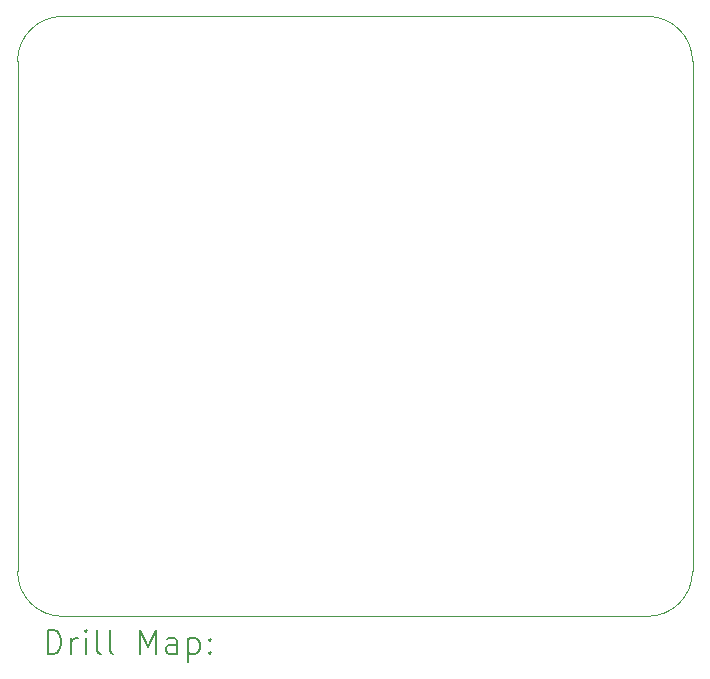
<source format=gbr>
%TF.GenerationSoftware,KiCad,Pcbnew,8.0.6*%
%TF.CreationDate,2024-12-10T14:38:14-08:00*%
%TF.ProjectId,Constellation Stack V1.2,436f6e73-7465-46c6-9c61-74696f6e2053,rev?*%
%TF.SameCoordinates,Original*%
%TF.FileFunction,Drillmap*%
%TF.FilePolarity,Positive*%
%FSLAX45Y45*%
G04 Gerber Fmt 4.5, Leading zero omitted, Abs format (unit mm)*
G04 Created by KiCad (PCBNEW 8.0.6) date 2024-12-10 14:38:14*
%MOMM*%
%LPD*%
G01*
G04 APERTURE LIST*
%ADD10C,0.100000*%
%ADD11C,0.200000*%
G04 APERTURE END LIST*
D10*
X7874000Y-2540000D02*
G75*
G02*
X8255000Y-2921000I0J-381000D01*
G01*
X2540000Y-2921000D02*
G75*
G02*
X2921000Y-2540000I381000J0D01*
G01*
X7874000Y-7620000D02*
X2921000Y-7620000D01*
X8255000Y-2921000D02*
X8255000Y-7239000D01*
X2921000Y-7620000D02*
G75*
G02*
X2540000Y-7239000I0J381000D01*
G01*
X2540000Y-7239000D02*
X2540000Y-2921000D01*
X8255000Y-7239000D02*
G75*
G02*
X7874000Y-7620000I-381000J0D01*
G01*
X2921000Y-2540000D02*
X7874000Y-2540000D01*
D11*
X2795777Y-7936484D02*
X2795777Y-7736484D01*
X2795777Y-7736484D02*
X2843396Y-7736484D01*
X2843396Y-7736484D02*
X2871967Y-7746008D01*
X2871967Y-7746008D02*
X2891015Y-7765055D01*
X2891015Y-7765055D02*
X2900539Y-7784103D01*
X2900539Y-7784103D02*
X2910062Y-7822198D01*
X2910062Y-7822198D02*
X2910062Y-7850769D01*
X2910062Y-7850769D02*
X2900539Y-7888865D01*
X2900539Y-7888865D02*
X2891015Y-7907912D01*
X2891015Y-7907912D02*
X2871967Y-7926960D01*
X2871967Y-7926960D02*
X2843396Y-7936484D01*
X2843396Y-7936484D02*
X2795777Y-7936484D01*
X2995777Y-7936484D02*
X2995777Y-7803150D01*
X2995777Y-7841246D02*
X3005301Y-7822198D01*
X3005301Y-7822198D02*
X3014824Y-7812674D01*
X3014824Y-7812674D02*
X3033872Y-7803150D01*
X3033872Y-7803150D02*
X3052920Y-7803150D01*
X3119586Y-7936484D02*
X3119586Y-7803150D01*
X3119586Y-7736484D02*
X3110062Y-7746008D01*
X3110062Y-7746008D02*
X3119586Y-7755531D01*
X3119586Y-7755531D02*
X3129110Y-7746008D01*
X3129110Y-7746008D02*
X3119586Y-7736484D01*
X3119586Y-7736484D02*
X3119586Y-7755531D01*
X3243396Y-7936484D02*
X3224348Y-7926960D01*
X3224348Y-7926960D02*
X3214824Y-7907912D01*
X3214824Y-7907912D02*
X3214824Y-7736484D01*
X3348158Y-7936484D02*
X3329110Y-7926960D01*
X3329110Y-7926960D02*
X3319586Y-7907912D01*
X3319586Y-7907912D02*
X3319586Y-7736484D01*
X3576729Y-7936484D02*
X3576729Y-7736484D01*
X3576729Y-7736484D02*
X3643396Y-7879341D01*
X3643396Y-7879341D02*
X3710062Y-7736484D01*
X3710062Y-7736484D02*
X3710062Y-7936484D01*
X3891015Y-7936484D02*
X3891015Y-7831722D01*
X3891015Y-7831722D02*
X3881491Y-7812674D01*
X3881491Y-7812674D02*
X3862443Y-7803150D01*
X3862443Y-7803150D02*
X3824348Y-7803150D01*
X3824348Y-7803150D02*
X3805301Y-7812674D01*
X3891015Y-7926960D02*
X3871967Y-7936484D01*
X3871967Y-7936484D02*
X3824348Y-7936484D01*
X3824348Y-7936484D02*
X3805301Y-7926960D01*
X3805301Y-7926960D02*
X3795777Y-7907912D01*
X3795777Y-7907912D02*
X3795777Y-7888865D01*
X3795777Y-7888865D02*
X3805301Y-7869817D01*
X3805301Y-7869817D02*
X3824348Y-7860293D01*
X3824348Y-7860293D02*
X3871967Y-7860293D01*
X3871967Y-7860293D02*
X3891015Y-7850769D01*
X3986253Y-7803150D02*
X3986253Y-8003150D01*
X3986253Y-7812674D02*
X4005301Y-7803150D01*
X4005301Y-7803150D02*
X4043396Y-7803150D01*
X4043396Y-7803150D02*
X4062443Y-7812674D01*
X4062443Y-7812674D02*
X4071967Y-7822198D01*
X4071967Y-7822198D02*
X4081491Y-7841246D01*
X4081491Y-7841246D02*
X4081491Y-7898388D01*
X4081491Y-7898388D02*
X4071967Y-7917436D01*
X4071967Y-7917436D02*
X4062443Y-7926960D01*
X4062443Y-7926960D02*
X4043396Y-7936484D01*
X4043396Y-7936484D02*
X4005301Y-7936484D01*
X4005301Y-7936484D02*
X3986253Y-7926960D01*
X4167205Y-7917436D02*
X4176729Y-7926960D01*
X4176729Y-7926960D02*
X4167205Y-7936484D01*
X4167205Y-7936484D02*
X4157682Y-7926960D01*
X4157682Y-7926960D02*
X4167205Y-7917436D01*
X4167205Y-7917436D02*
X4167205Y-7936484D01*
X4167205Y-7812674D02*
X4176729Y-7822198D01*
X4176729Y-7822198D02*
X4167205Y-7831722D01*
X4167205Y-7831722D02*
X4157682Y-7822198D01*
X4157682Y-7822198D02*
X4167205Y-7812674D01*
X4167205Y-7812674D02*
X4167205Y-7831722D01*
M02*

</source>
